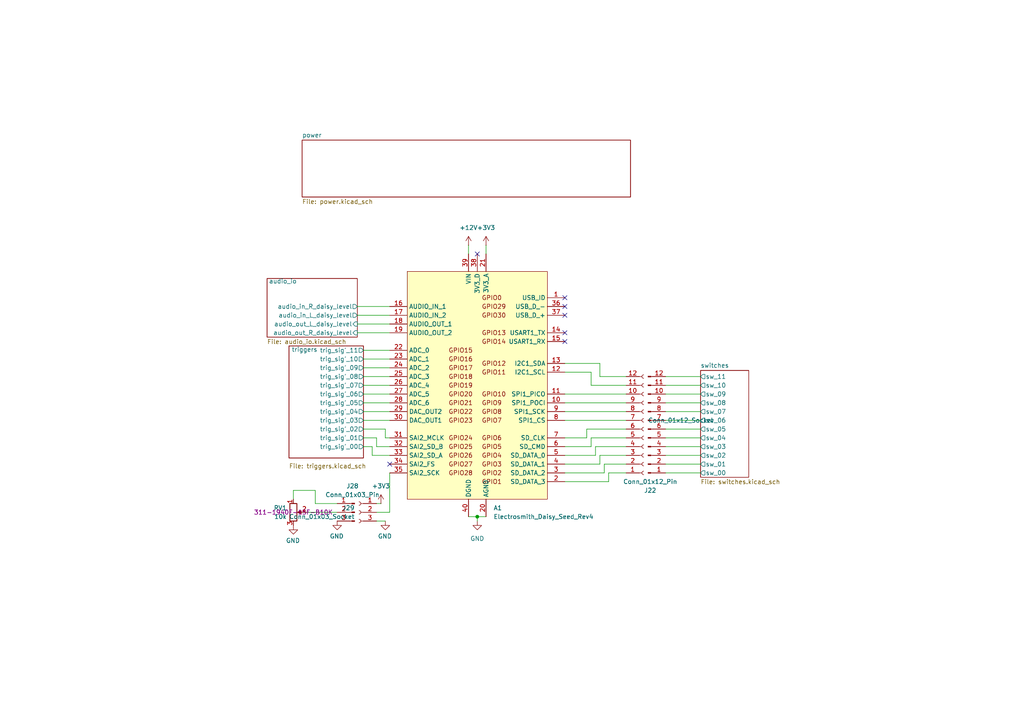
<source format=kicad_sch>
(kicad_sch (version 20250114) (generator "eeschema") (generator_version "9.0")
  (paper "A4")
  (lib_symbols
    (symbol "Connector:Conn_01x03_Pin" (pin_names (offset 1.016) (hide yes))
      (property "Reference" "J" (at 0 5.08 0))
      (property "Value" "Conn_01x03_Pin" (at 0 -5.08 0))
      (symbol "Conn_01x03_Pin_1_1"
        (rectangle (start 0.8636 2.667) (end 0 2.413) (stroke (width 0.1524)) (fill (type outline)))
        (rectangle (start 0.8636 0.127) (end 0 -0.127) (stroke (width 0.1524)) (fill (type outline)))
        (rectangle (start 0.8636 -2.413) (end 0 -2.667) (stroke (width 0.1524)) (fill (type outline)))
        (polyline (pts (xy 1.27 2.54) (xy 0.8636 2.54)) (stroke (width 0.1524)))
        (polyline (pts (xy 1.27 0) (xy 0.8636 0)) (stroke (width 0.1524)))
        (polyline (pts (xy 1.27 -2.54) (xy 0.8636 -2.54)) (stroke (width 0.1524)))
        (pin passive line (at 5.08 2.54 180) (length 3.81) (name "Pin_1") (number "1"))
        (pin passive line (at 5.08 0 180) (length 3.81) (name "Pin_2") (number "2"))
        (pin passive line (at 5.08 -2.54 180) (length 3.81) (name "Pin_3") (number "3"))
      )
    )
    (symbol "Connector:Conn_01x03_Socket" (pin_names (offset 1.016) (hide yes))
      (property "Reference" "J" (at 0 5.08 0))
      (property "Value" "Conn_01x03_Socket" (at 0 -5.08 0))
      (symbol "Conn_01x03_Socket_1_1"
        (polyline (pts (xy -1.27 2.54) (xy -0.508 2.54)) (stroke (width 0.1524)))
        (polyline (pts (xy -1.27 0) (xy -0.508 0)) (stroke (width 0.1524)))
        (polyline (pts (xy -1.27 -2.54) (xy -0.508 -2.54)) (stroke (width 0.1524)))
        (arc (start 0 2.032) (mid -0.5058 2.54) (end 0 3.048) (stroke (width 0.1524)))
        (arc (start 0 -0.508) (mid -0.5058 0) (end 0 0.508) (stroke (width 0.1524)))
        (arc (start 0 -3.048) (mid -0.5058 -2.54) (end 0 -2.032) (stroke (width 0.1524)))
        (pin passive line (at -5.08 2.54 0) (length 3.81) (name "Pin_1") (number "1"))
        (pin passive line (at -5.08 0 0) (length 3.81) (name "Pin_2") (number "2"))
        (pin passive line (at -5.08 -2.54 0) (length 3.81) (name "Pin_3") (number "3"))
      )
    )
    (symbol "Connector:Conn_01x12_Pin" (pin_names (offset 1.016) (hide yes))
      (property "Reference" "J" (at 0 15.24 0))
      (property "Value" "Conn_01x12_Pin" (at 0 -17.78 0))
      (symbol "Conn_01x12_Pin_1_1"
        (rectangle (start 0.8636 12.827) (end 0 12.573) (stroke (width 0.1524)) (fill (type outline)))
        (rectangle (start 0.8636 10.287) (end 0 10.033) (stroke (width 0.1524)) (fill (type outline)))
        (rectangle (start 0.8636 7.747) (end 0 7.493) (stroke (width 0.1524)) (fill (type outline)))
        (rectangle (start 0.8636 5.207) (end 0 4.953) (stroke (width 0.1524)) (fill (type outline)))
        (rectangle (start 0.8636 2.667) (end 0 2.413) (stroke (width 0.1524)) (fill (type outline)))
        (rectangle (start 0.8636 0.127) (end 0 -0.127) (stroke (width 0.1524)) (fill (type outline)))
        (rectangle (start 0.8636 -2.413) (end 0 -2.667) (stroke (width 0.1524)) (fill (type outline)))
        (rectangle (start 0.8636 -4.953) (end 0 -5.207) (stroke (width 0.1524)) (fill (type outline)))
        (rectangle (start 0.8636 -7.493) (end 0 -7.747) (stroke (width 0.1524)) (fill (type outline)))
        (rectangle (start 0.8636 -10.033) (end 0 -10.287) (stroke (width 0.1524)) (fill (type outline)))
        (rectangle (start 0.8636 -12.573) (end 0 -12.827) (stroke (width 0.1524)) (fill (type outline)))
        (rectangle (start 0.8636 -15.113) (end 0 -15.367) (stroke (width 0.1524)) (fill (type outline)))
        (polyline (pts (xy 1.27 12.7) (xy 0.8636 12.7)) (stroke (width 0.1524)))
        (polyline (pts (xy 1.27 10.16) (xy 0.8636 10.16)) (stroke (width 0.1524)))
        (polyline (pts (xy 1.27 7.62) (xy 0.8636 7.62)) (stroke (width 0.1524)))
        (polyline (pts (xy 1.27 5.08) (xy 0.8636 5.08)) (stroke (width 0.1524)))
        (polyline (pts (xy 1.27 2.54) (xy 0.8636 2.54)) (stroke (width 0.1524)))
        (polyline (pts (xy 1.27 0) (xy 0.8636 0)) (stroke (width 0.1524)))
        (polyline (pts (xy 1.27 -2.54) (xy 0.8636 -2.54)) (stroke (width 0.1524)))
        (polyline (pts (xy 1.27 -5.08) (xy 0.8636 -5.08)) (stroke (width 0.1524)))
        (polyline (pts (xy 1.27 -7.62) (xy 0.8636 -7.62)) (stroke (width 0.1524)))
        (polyline (pts (xy 1.27 -10.16) (xy 0.8636 -10.16)) (stroke (width 0.1524)))
        (polyline (pts (xy 1.27 -12.7) (xy 0.8636 -12.7)) (stroke (width 0.1524)))
        (polyline (pts (xy 1.27 -15.24) (xy 0.8636 -15.24)) (stroke (width 0.1524)))
        (pin passive line (at 5.08 12.7 180) (length 3.81) (name "Pin_1") (number "1"))
        (pin passive line (at 5.08 10.16 180) (length 3.81) (name "Pin_2") (number "2"))
        (pin passive line (at 5.08 7.62 180) (length 3.81) (name "Pin_3") (number "3"))
        (pin passive line (at 5.08 5.08 180) (length 3.81) (name "Pin_4") (number "4"))
        (pin passive line (at 5.08 2.54 180) (length 3.81) (name "Pin_5") (number "5"))
        (pin passive line (at 5.08 0 180) (length 3.81) (name "Pin_6") (number "6"))
        (pin passive line (at 5.08 -2.54 180) (length 3.81) (name "Pin_7") (number "7"))
        (pin passive line (at 5.08 -5.08 180) (length 3.81) (name "Pin_8") (number "8"))
        (pin passive line (at 5.08 -7.62 180) (length 3.81) (name "Pin_9") (number "9"))
        (pin passive line (at 5.08 -10.16 180) (length 3.81) (name "Pin_10") (number "10"))
        (pin passive line (at 5.08 -12.7 180) (length 3.81) (name "Pin_11") (number "11"))
        (pin passive line (at 5.08 -15.24 180) (length 3.81) (name "Pin_12") (number "12"))
      )
    )
    (symbol "Connector:Conn_01x12_Socket" (pin_names (offset 1.016) (hide yes))
      (property "Reference" "J" (at 0 15.24 0))
      (property "Value" "Conn_01x12_Socket" (at 0 -17.78 0))
      (symbol "Conn_01x12_Socket_1_1"
        (polyline (pts (xy -1.27 12.7) (xy -0.508 12.7)) (stroke (width 0.1524)))
        (polyline (pts (xy -1.27 10.16) (xy -0.508 10.16)) (stroke (width 0.1524)))
        (polyline (pts (xy -1.27 7.62) (xy -0.508 7.62)) (stroke (width 0.1524)))
        (polyline (pts (xy -1.27 5.08) (xy -0.508 5.08)) (stroke (width 0.1524)))
        (polyline (pts (xy -1.27 2.54) (xy -0.508 2.54)) (stroke (width 0.1524)))
        (polyline (pts (xy -1.27 0) (xy -0.508 0)) (stroke (width 0.1524)))
        (polyline (pts (xy -1.27 -2.54) (xy -0.508 -2.54)) (stroke (width 0.1524)))
        (polyline (pts (xy -1.27 -5.08) (xy -0.508 -5.08)) (stroke (width 0.1524)))
        (polyline (pts (xy -1.27 -7.62) (xy -0.508 -7.62)) (stroke (width 0.1524)))
        (polyline (pts (xy -1.27 -10.16) (xy -0.508 -10.16)) (stroke (width 0.1524)))
        (polyline (pts (xy -1.27 -12.7) (xy -0.508 -12.7)) (stroke (width 0.1524)))
        (polyline (pts (xy -1.27 -15.24) (xy -0.508 -15.24)) (stroke (width 0.1524)))
        (arc (start 0 12.192) (mid -0.5058 12.7) (end 0 13.208) (stroke (width 0.1524)))
        (arc (start 0 9.652) (mid -0.5058 10.16) (end 0 10.668) (stroke (width 0.1524)))
        (arc (start 0 7.112) (mid -0.5058 7.62) (end 0 8.128) (stroke (width 0.1524)))
        (arc (start 0 4.572) (mid -0.5058 5.08) (end 0 5.588) (stroke (width 0.1524)))
        (arc (start 0 2.032) (mid -0.5058 2.54) (end 0 3.048) (stroke (width 0.1524)))
        (arc (start 0 -0.508) (mid -0.5058 0) (end 0 0.508) (stroke (width 0.1524)))
        (arc (start 0 -3.048) (mid -0.5058 -2.54) (end 0 -2.032) (stroke (width 0.1524)))
        (arc (start 0 -5.588) (mid -0.5058 -5.08) (end 0 -4.572) (stroke (width 0.1524)))
        (arc (start 0 -8.128) (mid -0.5058 -7.62) (end 0 -7.112) (stroke (width 0.1524)))
        (arc (start 0 -10.668) (mid -0.5058 -10.16) (end 0 -9.652) (stroke (width 0.1524)))
        (arc (start 0 -13.208) (mid -0.5058 -12.7) (end 0 -12.192) (stroke (width 0.1524)))
        (arc (start 0 -15.748) (mid -0.5058 -15.24) (end 0 -14.732) (stroke (width 0.1524)))
        (pin passive line (at -5.08 12.7 0) (length 3.81) (name "Pin_1") (number "1"))
        (pin passive line (at -5.08 10.16 0) (length 3.81) (name "Pin_2") (number "2"))
        (pin passive line (at -5.08 7.62 0) (length 3.81) (name "Pin_3") (number "3"))
        (pin passive line (at -5.08 5.08 0) (length 3.81) (name "Pin_4") (number "4"))
        (pin passive line (at -5.08 2.54 0) (length 3.81) (name "Pin_5") (number "5"))
        (pin passive line (at -5.08 0 0) (length 3.81) (name "Pin_6") (number "6"))
        (pin passive line (at -5.08 -2.54 0) (length 3.81) (name "Pin_7") (number "7"))
        (pin passive line (at -5.08 -5.08 0) (length 3.81) (name "Pin_8") (number "8"))
        (pin passive line (at -5.08 -7.62 0) (length 3.81) (name "Pin_9") (number "9"))
        (pin passive line (at -5.08 -10.16 0) (length 3.81) (name "Pin_10") (number "10"))
        (pin passive line (at -5.08 -12.7 0) (length 3.81) (name "Pin_11") (number "11"))
        (pin passive line (at -5.08 -15.24 0) (length 3.81) (name "Pin_12") (number "12"))
      )
    )
    (symbol "Device:R_Potentiometer" (pin_names (offset 1.016) (hide yes))
      (property "Reference" "RV" (at -4.445 0 90))
      (property "Value" "R_Potentiometer" (at -2.54 0 90))
      (symbol "R_Potentiometer_0_1"
        (rectangle (start 1.016 2.54) (end -1.016 -2.54) (stroke (width 0.254)))
        (polyline (pts (xy 1.143 0) (xy 2.286 0.508) (xy 2.286 -0.508) (xy 1.143 0)) (fill (type outline)))
        (polyline (pts (xy 2.54 0) (xy 1.524 0)))
      )
      (symbol "R_Potentiometer_1_1"
        (pin passive line (at 0 3.81 270) (length 1.27) (name "1") (number "1"))
        (pin passive line (at 0 -3.81 90) (length 1.27) (name "3") (number "3"))
        (pin passive line (at 3.81 0 180) (length 1.27) (name "2") (number "2"))
      )
    )
    (symbol "MCU_Module:Electrosmith_Daisy_Seed_Rev4"
      (property "Reference" "A1" (at 4.6833 -35.56 0))
      (property "Value" "Electrosmith_Daisy_Seed_Rev4" (at 4.6833 -38.1 0))
      (symbol "Electrosmith_Daisy_Seed_Rev4_0_0"
        (text "GPIO15" (at -1.27 10.16 0) (effects (font (size 1.27 1.27)) (justify right)))
        (text "GPIO16" (at -1.27 7.62 0) (effects (font (size 1.27 1.27)) (justify right)))
        (text "GPIO17" (at -1.27 5.08 0) (effects (font (size 1.27 1.27)) (justify right)))
        (text "GPIO18" (at -1.27 2.54 0) (effects (font (size 1.27 1.27)) (justify right)))
        (text "GPIO19" (at -1.27 0 0) (effects (font (size 1.27 1.27)) (justify right)))
        (text "GPIO20" (at -1.27 -2.54 0) (effects (font (size 1.27 1.27)) (justify right)))
        (text "GPIO21" (at -1.27 -5.08 0) (effects (font (size 1.27 1.27)) (justify right)))
        (text "GPIO22" (at -1.27 -7.62 0) (effects (font (size 1.27 1.27)) (justify right)))
        (text "GPIO23" (at -1.27 -10.16 0) (effects (font (size 1.27 1.27)) (justify right)))
        (text "GPIO24" (at -1.27 -15.24 0) (effects (font (size 1.27 1.27)) (justify right)))
        (text "GPIO25" (at -1.27 -17.78 0) (effects (font (size 1.27 1.27)) (justify right)))
        (text "GPIO26" (at -1.27 -20.32 0) (effects (font (size 1.27 1.27)) (justify right)))
        (text "GPIO27" (at -1.27 -22.86 0) (effects (font (size 1.27 1.27)) (justify right)))
        (text "GPIO28" (at -1.27 -25.4 0) (effects (font (size 1.27 1.27)) (justify right)))
        (text "GPIO0" (at 1.27 25.4 0) (effects (font (size 1.27 1.27)) (justify left)))
        (text "GPIO29" (at 1.27 22.86 0) (effects (font (size 1.27 1.27)) (justify left)))
        (text "GPIO30" (at 1.27 20.32 0) (effects (font (size 1.27 1.27)) (justify left)))
        (text "GPIO13" (at 1.27 15.24 0) (effects (font (size 1.27 1.27)) (justify left)))
        (text "GPIO14" (at 1.27 12.7 0) (effects (font (size 1.27 1.27)) (justify left)))
        (text "GPIO12" (at 1.27 6.35 0) (effects (font (size 1.27 1.27)) (justify left)))
        (text "GPIO11" (at 1.27 3.81 0) (effects (font (size 1.27 1.27)) (justify left)))
        (text "GPIO10" (at 1.27 -2.54 0) (effects (font (size 1.27 1.27)) (justify left)))
        (text "GPIO9" (at 1.27 -5.08 0) (effects (font (size 1.27 1.27)) (justify left)))
        (text "GPIO8" (at 1.27 -7.62 0) (effects (font (size 1.27 1.27)) (justify left)))
        (text "GPIO7" (at 1.27 -10.16 0) (effects (font (size 1.27 1.27)) (justify left)))
        (text "GPIO6" (at 1.27 -15.24 0) (effects (font (size 1.27 1.27)) (justify left)))
        (text "GPIO5" (at 1.27 -17.78 0) (effects (font (size 1.27 1.27)) (justify left)))
        (text "GPIO4" (at 1.27 -20.32 0) (effects (font (size 1.27 1.27)) (justify left)))
        (text "GPIO3" (at 1.27 -22.86 0) (effects (font (size 1.27 1.27)) (justify left)))
        (text "GPIO2" (at 1.27 -25.4 0) (effects (font (size 1.27 1.27)) (justify left)))
        (text "GPIO1" (at 1.27 -27.94 0) (effects (font (size 1.27 1.27)) (justify left)))
        (pin input line (at -25.4 22.86 0) (length 5.08) (name "AUDIO_IN_1") (number "16"))
        (pin input line (at -25.4 20.32 0) (length 5.08) (name "AUDIO_IN_2") (number "17"))
        (pin output line (at -25.4 17.78 0) (length 5.08) (name "AUDIO_OUT_1") (number "18"))
        (pin output line (at -25.4 15.24 0) (length 5.08) (name "AUDIO_OUT_2") (number "19"))
        (pin bidirectional line (at -25.4 10.16 0) (length 5.08) (name "ADC_0") (number "22"))
        (pin bidirectional line (at -25.4 7.62 0) (length 5.08) (name "ADC_1") (number "23"))
        (pin bidirectional line (at -25.4 5.08 0) (length 5.08) (name "ADC_2") (number "24"))
        (pin bidirectional line (at -25.4 2.54 0) (length 5.08) (name "ADC_3") (number "25"))
        (pin bidirectional line (at -25.4 0 0) (length 5.08) (name "ADC_4") (number "26"))
        (pin bidirectional line (at -25.4 -2.54 0) (length 5.08) (name "ADC_5") (number "27"))
        (pin bidirectional line (at -25.4 -5.08 0) (length 5.08) (name "ADC_6") (number "28"))
        (pin bidirectional line (at -25.4 -7.62 0) (length 5.08) (name "DAC_OUT2") (number "29"))
        (pin bidirectional line (at -25.4 -10.16 0) (length 5.08) (name "DAC_OUT1") (number "30"))
        (pin bidirectional line (at -25.4 -15.24 0) (length 5.08) (name "SAI2_MCLK") (number "31"))
        (pin bidirectional line (at -25.4 -17.78 0) (length 5.08) (name "SAI2_SD_B") (number "32"))
        (pin bidirectional line (at -25.4 -20.32 0) (length 5.08) (name "SAI2_SD_A") (number "33"))
        (pin bidirectional line (at -25.4 -22.86 0) (length 5.08) (name "SAI2_FS") (number "34"))
        (pin bidirectional line (at -25.4 -25.4 0) (length 5.08) (name "SAI2_SCK") (number "35"))
        (pin power_in line (at -2.54 38.1 270) (length 5.08) (name "VIN") (number "39"))
        (pin power_in line (at -2.54 -38.1 90) (length 5.08) (name "DGND") (number "40"))
        (pin power_out line (at 0 38.1 270) (length 5.08) (name "3V3_D") (number "38"))
        (pin power_out line (at 2.54 38.1 270) (length 5.08) (name "3V3_A") (number "21"))
        (pin power_in line (at 2.54 -38.1 90) (length 5.08) (name "AGND") (number "20"))
        (pin bidirectional line (at 25.4 25.4 180) (length 5.08) (name "USB_ID") (number "1"))
        (pin bidirectional line (at 25.4 22.86 180) (length 5.08) (name "USB_D_-") (number "36"))
        (pin bidirectional line (at 25.4 20.32 180) (length 5.08) (name "USB_D_+") (number "37"))
        (pin bidirectional line (at 25.4 15.24 180) (length 5.08) (name "USART1_TX") (number "14"))
        (pin bidirectional line (at 25.4 12.7 180) (length 5.08) (name "USART1_RX") (number "15"))
        (pin bidirectional line (at 25.4 6.35 180) (length 5.08) (name "I2C1_SDA") (number "13"))
        (pin bidirectional line (at 25.4 3.81 180) (length 5.08) (name "I2C1_SCL") (number "12"))
        (pin bidirectional line (at 25.4 -2.54 180) (length 5.08) (name "SPI1_PICO") (number "11"))
        (pin bidirectional line (at 25.4 -5.08 180) (length 5.08) (name "SPI1_POCI") (number "10"))
        (pin bidirectional line (at 25.4 -7.62 180) (length 5.08) (name "SPI1_SCK") (number "9"))
        (pin bidirectional line (at 25.4 -10.16 180) (length 5.08) (name "SPI1_CS") (number "8"))
        (pin bidirectional line (at 25.4 -15.24 180) (length 5.08) (name "SD_CLK") (number "7"))
        (pin bidirectional line (at 25.4 -17.78 180) (length 5.08) (name "SD_CMD") (number "6"))
        (pin bidirectional line (at 25.4 -20.32 180) (length 5.08) (name "SD_DATA_0") (number "5"))
        (pin bidirectional line (at 25.4 -22.86 180) (length 5.08) (name "SD_DATA_1") (number "4"))
        (pin bidirectional line (at 25.4 -25.4 180) (length 5.08) (name "SD_DATA_2") (number "3"))
        (pin bidirectional line (at 25.4 -27.94 180) (length 5.08) (name "SD_DATA_3") (number "2"))
      )
      (symbol "Electrosmith_Daisy_Seed_Rev4_0_1"
        (rectangle (start -20.32 33.02) (end 20.32 -33.02) (fill (type background)))
      )
    )
    (symbol "power:+12V" (power) (pin_numbers (hide yes)) (pin_names (offset 0) (hide yes))
      (property "Value" "+12V" (at 0 3.556 0))
      (symbol "+12V_0_1"
        (polyline (pts (xy -0.762 1.27) (xy 0 2.54)))
        (polyline (pts (xy 0 2.54) (xy 0.762 1.27)))
        (polyline (pts (xy 0 0) (xy 0 2.54)))
      )
      (symbol "+12V_1_1"
        (pin power_in line (at 0 0 90) (length 0) (name "~") (number "1"))
      )
    )
    (symbol "power:+3V3" (power) (pin_numbers (hide yes)) (pin_names (offset 0) (hide yes))
      (property "Value" "+3V3" (at 0 3.556 0))
      (symbol "+3V3_0_1"
        (polyline (pts (xy -0.762 1.27) (xy 0 2.54)))
        (polyline (pts (xy 0 2.54) (xy 0.762 1.27)))
        (polyline (pts (xy 0 0) (xy 0 2.54)))
      )
      (symbol "+3V3_1_1"
        (pin power_in line (at 0 0 90) (length 0) (name "~") (number "1"))
      )
    )
    (symbol "power:GND" (power) (pin_names (offset 0))
      (property "Value" "GND" (at 0 -3.81 0))
      (symbol "GND_0_1"
        (polyline (pts (xy 0 0) (xy 0 -1.27) (xy 1.27 -1.27) (xy 0 -2.54) (xy -1.27 -1.27) (xy 0 -1.27)))
      )
      (symbol "GND_1_1"
        (pin power_in line (at 0 0 270) (length 0) (hide yes) (name "GND") (number "1"))
      )
    )
    (symbol "power:GNDS" (power) (pin_names (offset 0))
      (property "Value" "GNDS" (at 0 -3.81 0))
      (symbol "GNDS_0_1"
        (polyline (pts (xy 0 0) (xy 0 -1.27) (xy 1.27 -1.27) (xy 0 -2.54) (xy -1.27 -1.27) (xy 0 -1.27)))
      )
      (symbol "GNDS_1_1"
        (pin power_in line (at 0 0 270) (length 0) (hide yes) (name "GNDS") (number "1"))
      )
    )
  )
  (junction (at 138.43 149.86))
  (no_connect (at 138.43 73.66))
  (no_connect (at 163.83 96.52))
  (no_connect (at 113.03 134.62))
  (no_connect (at 163.83 88.9))
  (no_connect (at 163.83 86.36))
  (no_connect (at 163.83 99.06))
  (no_connect (at 163.83 91.44))
  (wire (pts (xy 163.83 116.84) (xy 181.61 116.84)))
  (wire (pts (xy 109.22 127) (xy 109.22 129.54)))
  (wire (pts (xy 107.95 129.54) (xy 107.95 132.08)))
  (wire (pts (xy 111.76 124.46) (xy 111.76 127)))
  (wire (pts (xy 105.41 129.54) (xy 107.95 129.54)))
  (wire (pts (xy 85.09 142.24) (xy 85.09 144.78)))
  (wire (pts (xy 163.83 105.41) (xy 173.99 105.41)))
  (wire (pts (xy 163.83 137.16) (xy 175.26 137.16)))
  (wire (pts (xy 105.41 121.92) (xy 113.03 121.92)))
  (wire (pts (xy 193.04 119.38) (xy 203.2 119.38)))
  (wire (pts (xy 138.43 149.86) (xy 138.43 151.13)))
  (wire (pts (xy 107.95 132.08) (xy 113.03 132.08)))
  (wire (pts (xy 170.18 124.46) (xy 181.61 124.46)))
  (wire (pts (xy 171.45 129.54) (xy 171.45 127)))
  (wire (pts (xy 193.04 114.3) (xy 203.2 114.3)))
  (wire (pts (xy 175.26 137.16) (xy 175.26 134.62)))
  (wire (pts (xy 109.22 151.13) (xy 111.76 151.13)))
  (wire (pts (xy 193.04 116.84) (xy 203.2 116.84)))
  (wire (pts (xy 170.18 127) (xy 170.18 124.46)))
  (wire (pts (xy 113.03 148.59) (xy 113.03 137.16)))
  (wire (pts (xy 193.04 129.54) (xy 203.2 129.54)))
  (wire (pts (xy 163.83 127) (xy 170.18 127)))
  (wire (pts (xy 171.45 127) (xy 181.61 127)))
  (wire (pts (xy 105.41 124.46) (xy 111.76 124.46)))
  (wire (pts (xy 163.83 121.92) (xy 181.61 121.92)))
  (wire (pts (xy 88.9 148.59) (xy 97.79 148.59)))
  (wire (pts (xy 193.04 134.62) (xy 203.2 134.62)))
  (wire (pts (xy 103.632 91.44) (xy 113.03 91.44)))
  (wire (pts (xy 105.41 101.6) (xy 113.03 101.6)))
  (wire (pts (xy 171.45 111.76) (xy 181.61 111.76)))
  (wire (pts (xy 193.04 127) (xy 203.2 127)))
  (wire (pts (xy 163.83 134.62) (xy 173.99 134.62)))
  (wire (pts (xy 193.04 121.92) (xy 203.2 121.92)))
  (wire (pts (xy 110.49 146.05) (xy 109.22 146.05)))
  (wire (pts (xy 193.04 124.46) (xy 203.2 124.46)))
  (wire (pts (xy 181.61 137.16) (xy 176.53 137.16)))
  (wire (pts (xy 173.99 109.22) (xy 181.61 109.22)))
  (wire (pts (xy 105.41 104.14) (xy 113.03 104.14)))
  (wire (pts (xy 103.632 96.52) (xy 113.03 96.52)))
  (wire (pts (xy 105.41 106.68) (xy 113.03 106.68)))
  (wire (pts (xy 163.83 119.38) (xy 181.61 119.38)))
  (wire (pts (xy 135.89 71.12) (xy 135.89 73.66)))
  (wire (pts (xy 175.26 134.62) (xy 181.61 134.62)))
  (wire (pts (xy 176.53 137.16) (xy 176.53 139.7)))
  (wire (pts (xy 105.41 119.38) (xy 113.03 119.38)))
  (wire (pts (xy 105.41 127) (xy 109.22 127)))
  (wire (pts (xy 173.99 134.62) (xy 173.99 132.08)))
  (wire (pts (xy 105.41 114.3) (xy 113.03 114.3)))
  (wire (pts (xy 109.22 148.59) (xy 113.03 148.59)))
  (wire (pts (xy 163.83 132.08) (xy 172.72 132.08)))
  (wire (pts (xy 109.22 129.54) (xy 113.03 129.54)))
  (wire (pts (xy 91.44 146.05) (xy 91.44 142.24)))
  (wire (pts (xy 163.83 107.95) (xy 171.45 107.95)))
  (wire (pts (xy 111.76 127) (xy 113.03 127)))
  (wire (pts (xy 193.04 132.08) (xy 203.2 132.08)))
  (wire (pts (xy 176.53 139.7) (xy 163.83 139.7)))
  (wire (pts (xy 91.44 142.24) (xy 85.09 142.24)))
  (wire (pts (xy 193.04 111.76) (xy 203.2 111.76)))
  (wire (pts (xy 193.04 137.16) (xy 203.2 137.16)))
  (wire (pts (xy 138.43 149.86) (xy 140.97 149.86)))
  (wire (pts (xy 173.99 132.08) (xy 181.61 132.08)))
  (wire (pts (xy 163.83 129.54) (xy 171.45 129.54)))
  (wire (pts (xy 105.41 116.84) (xy 113.03 116.84)))
  (wire (pts (xy 105.41 109.22) (xy 113.03 109.22)))
  (wire (pts (xy 103.632 88.9) (xy 113.03 88.9)))
  (wire (pts (xy 172.72 132.08) (xy 172.72 129.54)))
  (wire (pts (xy 105.41 111.76) (xy 113.03 111.76)))
  (wire (pts (xy 173.99 105.41) (xy 173.99 109.22)))
  (wire (pts (xy 97.79 146.05) (xy 91.44 146.05)))
  (wire (pts (xy 103.632 93.98) (xy 113.03 93.98)))
  (wire (pts (xy 172.72 129.54) (xy 181.61 129.54)))
  (wire (pts (xy 171.45 107.95) (xy 171.45 111.76)))
  (wire (pts (xy 135.89 149.86) (xy 138.43 149.86)))
  (wire (pts (xy 163.83 114.3) (xy 181.61 114.3)))
  (wire (pts (xy 140.97 71.12) (xy 140.97 73.66)))
  (wire (pts (xy 193.04 109.22) (xy 203.2 109.22)))
  (symbol (lib_id "power:GND") (at 97.79 151.13 0) (mirror y) (unit 1)
    (property "Reference" "#PWR0107" (effects (hide yes)))
    (property "Value" "GND" (at 97.663 155.5242 0))
  )
  (symbol (lib_id "Connector:Conn_01x12_Pin") (at 187.96 124.46 0) (mirror x) (unit 1)
    (property "Reference" "J22" (at 188.595 142.24 0))
    (property "Value" "Conn_01x12_Pin" (at 188.595 139.7 0))
    (property "Footprint" "Connector_PinHeader_2.54mm:PinHeader_1x12_P2.54mm_Vertical" (effects (hide yes)))
    (property "Description" "Generic connector, single row, 01x12, script generated" (effects (hide yes)))
  )
  (symbol (lib_id "power:+3V3") (at 140.97 71.12 0) (unit 1)
    (property "Reference" "#PWR02" (effects (hide yes)))
    (property "Value" "+3V3" (at 140.97 66.04 0))
    (property "Description" "Power symbol creates a global label with name \"+3V3\"" (effects (hide yes)))
  )
  (symbol (lib_id "Connector:Conn_01x12_Socket") (at 186.69 124.46 0) (mirror x) (unit 1)
    (property "Reference" "J23" (effects (hide yes)))
    (property "Value" "Conn_01x12_Socket" (at 187.96 121.9201 0) (effects (justify left)))
    (property "Footprint" "Connector_PinSocket_2.54mm:PinSocket_1x12_P2.54mm_Vertical" (effects (hide yes)))
    (property "Description" "Generic connector, single row, 01x12, script generated" (effects (hide yes)))
  )
  (symbol (lib_id "power:GNDS") (at 138.43 151.13 0) (mirror y) (unit 1)
    (property "Reference" "#PWR04" (effects (hide yes)))
    (property "Value" "GND" (at 138.43 156.21 0))
  )
  (symbol (lib_id "Connector:Conn_01x03_Pin") (at 102.87 148.59 0) (mirror y) (unit 1)
    (property "Reference" "J28" (at 102.235 140.97 0))
    (property "Value" "Conn_01x03_Pin" (at 102.235 143.51 0))
    (property "Footprint" "Connector_PinHeader_2.54mm:PinHeader_1x03_P2.54mm_Vertical" (effects (hide yes)))
    (property "Description" "Generic connector, single row, 01x03, script generated" (effects (hide yes)))
  )
  (symbol (lib_id "Connector:Conn_01x03_Socket") (at 104.14 148.59 0) (mirror y) (unit 1)
    (property "Reference" "J29" (at 102.87 147.3199 0) (effects (justify left)))
    (property "Value" "Conn_01x03_Socket" (at 102.87 149.8599 0) (effects (justify left)))
    (property "Footprint" "Connector_PinSocket_2.54mm:PinSocket_1x03_P2.54mm_Vertical" (effects (hide yes)))
    (property "Description" "Generic connector, single row, 01x03, script generated" (effects (hide yes)))
  )
  (symbol (lib_id "power:+3V3") (at 110.49 146.05 0) (unit 1)
    (property "Reference" "#PWR03" (effects (hide yes)))
    (property "Value" "+3V3" (at 110.49 140.97 0))
    (property "Description" "Power symbol creates a global label with name \"+3V3\"" (effects (hide yes)))
  )
  (symbol (lib_id "power:GND") (at 85.09 152.4 0) (mirror y) (unit 1)
    (property "Reference" "#PWR05" (effects (hide yes)))
    (property "Value" "GND" (at 84.963 156.7942 0))
  )
  (symbol (lib_id "Device:R_Potentiometer") (at 85.09 148.59 0) (unit 1)
    (property "Reference" "RV1" (at 83.185 147.3199 0) (effects (justify right)))
    (property "Value" "10k" (at 83.185 149.8599 0) (effects (justify right)))
    (property "Footprint" "Potentiometer_THT:Potentiometer_Alpha_RD901F-40-00D_Single_Vertical" (effects (hide yes)))
    (property "Mouser Part Number" "311-1940F-15F-B10K" (at 85.09 148.59 0))
  )
  (symbol (lib_id "power:GND") (at 111.76 151.13 0) (mirror y) (unit 1)
    (property "Reference" "#PWR0108" (effects (hide yes)))
    (property "Value" "GND" (at 111.633 155.5242 0))
  )
  (symbol (lib_id "MCU_Module:Electrosmith_Daisy_Seed_Rev4") (at 138.43 111.76 0) (unit 1)
    (property "Reference" "A1" (at 143.1133 147.32 0) (effects (justify left)))
    (property "Value" "Electrosmith_Daisy_Seed_Rev4" (at 143.1133 149.86 0) (effects (justify left)))
    (property "Footprint" "Module:Electrosmith_Daisy_Seed" (effects (hide yes)))
    (property "Datasheet" "https://static1.squarespace.com/static/58d03fdc1b10e3bf442567b8/t/6227e6236f02fb68d1577146/1646781988478/Daisy_Seed_datasheet_v1.0.3.pdf" (effects (hide yes)))
    (property "Description" "Daisy is an embedded platform for music." (effects (hide yes)))
  )
  (symbol (lib_id "power:+12V") (at 135.89 71.12 0) (unit 1)
    (property "Reference" "#PWR01" (effects (hide yes)))
    (property "Value" "+12V" (at 135.89 66.04 0))
    (property "Description" "Power symbol creates a global label with name \"+12V\"" (effects (hide yes)))
  )
  (sheet (at 77.47 80.772) (size 26.162 17.018) (stroke (width 0.1524))
    (property "Sheetname" "audio_io" (at 77.978 82.296 0) (effects (justify left bottom)))
    (property "Sheetfile" "audio_io.kicad_sch" (at 77.47 98.3746 0) (effects (justify left top)))
    (pin "audio_in_R_daisy_level" output (at 103.632 88.9 0))
    (pin "audio_out_L_daisy_level" input (at 103.632 93.98 0))
    (pin "audio_out_R_daisy_level" input (at 103.632 96.52 0))
    (pin "audio_in_L_daisy_level" output (at 103.632 91.44 0))
  )
  (sheet (at 87.63 40.64) (size 95.25 16.51) (stroke (width 0.1524))
    (property "Sheetname" "power" (at 87.63 39.9284 0) (effects (justify left bottom)))
    (property "Sheetfile" "power.kicad_sch" (at 87.63 57.7346 0) (effects (justify left top)))
  )
  (sheet (at 83.82 100.33) (size 21.59 32.512) (stroke (width 0.1524))
    (property "Sheetname" "triggers" (at 84.582 102.108 0) (effects (justify left bottom)))
    (property "Sheetfile" "triggers.kicad_sch" (at 83.82 134.4426 0) (effects (justify left top)))
    (pin "trig_sig'_00" output (at 105.41 129.54 0))
    (pin "trig_sig'_01" output (at 105.41 127 0))
    (pin "trig_sig'_02" output (at 105.41 124.46 0))
    (pin "trig_sig'_07" output (at 105.41 111.76 0))
    (pin "trig_sig'_06" output (at 105.41 114.3 0))
    (pin "trig_sig'_09" output (at 105.41 106.68 0))
    (pin "trig_sig'_04" output (at 105.41 119.38 0))
    (pin "trig_sig'_05" output (at 105.41 116.84 0))
    (pin "trig_sig'_08" output (at 105.41 109.22 0))
    (pin "trig_sig'_03" output (at 105.41 121.92 0))
    (pin "trig_sig'_10" output (at 105.41 104.14 0))
    (pin "trig_sig'_11" output (at 105.41 101.6 0))
  )
  (sheet (at 203.2 107.442) (size 13.97 30.988) (stroke (width 0.1524))
    (property "Sheetname" "switches" (at 203.2 106.7304 0) (effects (justify left bottom)))
    (property "Sheetfile" "switches.kicad_sch" (at 203.2 139.0146 0) (effects (justify left top)))
    (pin "sw_00" output (at 203.2 137.16 180))
    (pin "sw_01" output (at 203.2 134.62 180))
    (pin "sw_02" output (at 203.2 132.08 180))
    (pin "sw_03" output (at 203.2 129.54 180))
    (pin "sw_04" output (at 203.2 127 180))
    (pin "sw_05" output (at 203.2 124.46 180))
    (pin "sw_06" output (at 203.2 121.92 180))
    (pin "sw_07" output (at 203.2 119.38 180))
    (pin "sw_08" output (at 203.2 116.84 180))
    (pin "sw_09" output (at 203.2 114.3 180))
    (pin "sw_10" output (at 203.2 111.76 180))
    (pin "sw_11" output (at 203.2 109.22 180))
  )
)
</source>
